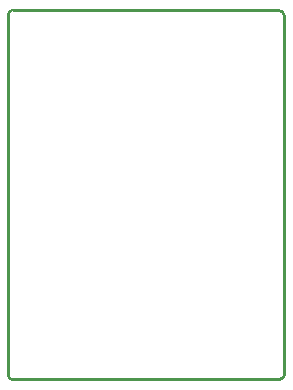
<source format=gko>
G04 Layer_Color=16711935*
%FSAX25Y25*%
%MOIN*%
G70*
G01*
G75*
%ADD27C,0.01000*%
D27*
X0330500Y0379000D02*
G03*
X0329000Y0377500I0000000J-0001500D01*
G01*
X0421000Y0377000D02*
G03*
X0419000Y0379000I-0002000J0000000D01*
G01*
X0419500Y0256000D02*
G03*
X0421000Y0257500I0000000J0001500D01*
G01*
X0329000Y0257000D02*
G03*
X0330000Y0256000I0001000J0000000D01*
G01*
X0330500Y0379000D02*
X0419000D01*
X0421000Y0257500D02*
Y0377000D01*
X0330000Y0256000D02*
X0419500D01*
X0329000Y0257000D02*
Y0377500D01*
M02*

</source>
